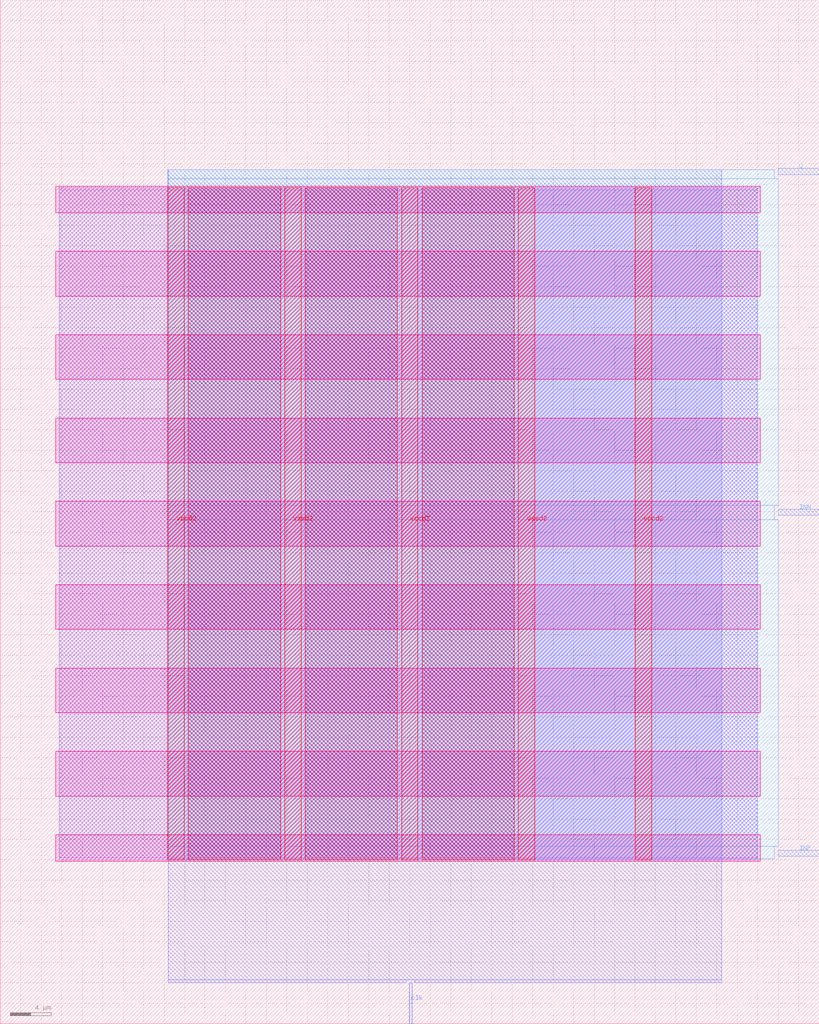
<source format=lef>
VERSION 5.7 ;
  NOWIREEXTENSIONATPIN ON ;
  DIVIDERCHAR "/" ;
  BUSBITCHARS "[]" ;
MACRO ACMP_HVL
  CLASS BLOCK ;
  FOREIGN ACMP_HVL ;
  ORIGIN 0.000 0.000 ;
  SIZE 80.000 BY 100.000 ;
  PIN INN
    DIRECTION INPUT ;
    USE SIGNAL ;
    PORT
      LAYER met3 ;
        RECT 76.000 49.650 80.000 50.250 ;
    END
  END INN
  PIN INP
    DIRECTION INPUT ;
    USE SIGNAL ;
    PORT
      LAYER met3 ;
        RECT 76.000 16.350 80.000 16.950 ;
    END
  END INP
  PIN Q
    DIRECTION OUTPUT TRISTATE ;
    USE SIGNAL ;
    PORT
      LAYER met3 ;
        RECT 76.000 82.950 80.000 83.550 ;
    END
  END Q
  PIN clk
    DIRECTION INPUT ;
    USE SIGNAL ;
    PORT
      LAYER met2 ;
        RECT 39.940 0.000 40.220 4.000 ;
    END
  END clk
  PIN vccd2
    DIRECTION INOUT ;
    USE POWER ;
    PORT
      LAYER met4 ;
        RECT 62.025 16.025 63.625 81.655 ;
    END
  END vccd2
  PIN vccd2
    DIRECTION INOUT ;
    USE POWER ;
    PORT
      LAYER met4 ;
        RECT 39.200 16.025 40.800 81.655 ;
    END
  END vccd2
  PIN vccd2
    DIRECTION INOUT ;
    USE POWER ;
    PORT
      LAYER met4 ;
        RECT 16.375 16.025 17.975 81.655 ;
    END
  END vccd2
  PIN vssd2
    DIRECTION INOUT ;
    USE GROUND ;
    PORT
      LAYER met4 ;
        RECT 50.615 16.025 52.215 81.655 ;
    END
  END vssd2
  PIN vssd2
    DIRECTION INOUT ;
    USE GROUND ;
    PORT
      LAYER met4 ;
        RECT 27.785 16.025 29.385 81.655 ;
    END
  END vssd2
  OBS
      LAYER nwell ;
        RECT 5.430 79.215 74.250 81.815 ;
        RECT 5.430 71.075 74.250 75.445 ;
        RECT 5.430 62.935 74.250 67.305 ;
        RECT 5.430 54.795 74.250 59.165 ;
        RECT 5.430 46.655 74.250 51.025 ;
        RECT 5.430 38.515 74.250 42.885 ;
        RECT 5.430 30.375 74.250 34.745 ;
        RECT 5.430 22.235 74.250 26.605 ;
        RECT 5.430 15.865 74.250 18.465 ;
      LAYER li1 ;
        RECT 5.760 16.195 73.920 81.485 ;
      LAYER met1 ;
        RECT 5.760 16.025 73.920 81.655 ;
      LAYER met2 ;
        RECT 16.430 4.280 70.460 83.435 ;
        RECT 16.430 4.000 39.660 4.280 ;
        RECT 40.500 4.000 70.460 4.280 ;
      LAYER met3 ;
        RECT 16.370 82.550 75.600 83.415 ;
        RECT 16.370 50.650 76.000 82.550 ;
        RECT 16.370 49.250 75.600 50.650 ;
        RECT 16.370 17.350 76.000 49.250 ;
        RECT 16.370 16.115 75.600 17.350 ;
      LAYER met4 ;
        RECT 18.375 16.025 27.385 81.655 ;
        RECT 29.785 16.025 38.800 81.655 ;
        RECT 41.200 16.025 50.215 81.655 ;
  END
END ACMP_HVL
END LIBRARY


</source>
